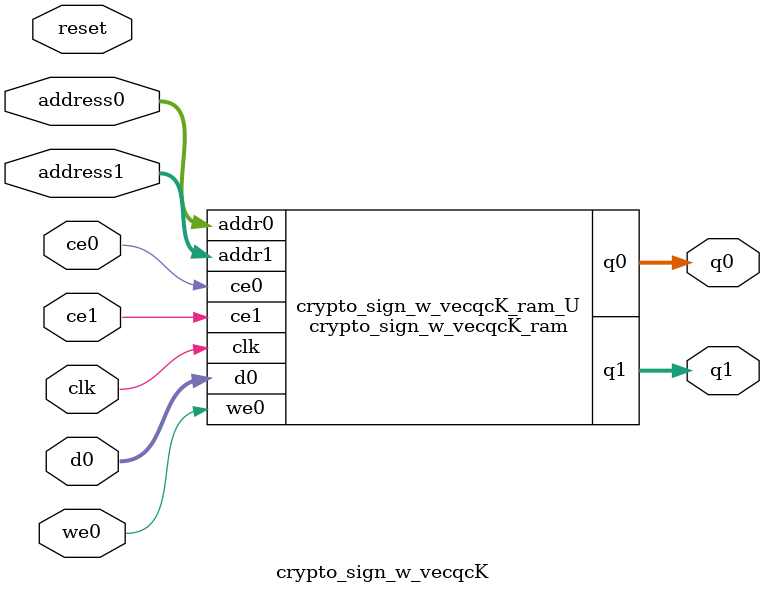
<source format=v>

`timescale 1 ns / 1 ps
module crypto_sign_w_vecqcK_ram (addr0, ce0, d0, we0, q0, addr1, ce1, q1,  clk);

parameter DWIDTH = 32;
parameter AWIDTH = 11;
parameter MEM_SIZE = 1280;

input[AWIDTH-1:0] addr0;
input ce0;
input[DWIDTH-1:0] d0;
input we0;
output reg[DWIDTH-1:0] q0;
input[AWIDTH-1:0] addr1;
input ce1;
output reg[DWIDTH-1:0] q1;
input clk;

(* ram_style = "block" *)reg [DWIDTH-1:0] ram[0:MEM_SIZE-1];




always @(posedge clk)  
begin 
    if (ce0) 
    begin
        if (we0) 
        begin 
            ram[addr0] <= d0; 
            q0 <= d0;
        end 
        else 
            q0 <= ram[addr0];
    end
end


always @(posedge clk)  
begin 
    if (ce1) 
    begin
            q1 <= ram[addr1];
    end
end


endmodule


`timescale 1 ns / 1 ps
module crypto_sign_w_vecqcK(
    reset,
    clk,
    address0,
    ce0,
    we0,
    d0,
    q0,
    address1,
    ce1,
    q1);

parameter DataWidth = 32'd32;
parameter AddressRange = 32'd1280;
parameter AddressWidth = 32'd11;
input reset;
input clk;
input[AddressWidth - 1:0] address0;
input ce0;
input we0;
input[DataWidth - 1:0] d0;
output[DataWidth - 1:0] q0;
input[AddressWidth - 1:0] address1;
input ce1;
output[DataWidth - 1:0] q1;



crypto_sign_w_vecqcK_ram crypto_sign_w_vecqcK_ram_U(
    .clk( clk ),
    .addr0( address0 ),
    .ce0( ce0 ),
    .we0( we0 ),
    .d0( d0 ),
    .q0( q0 ),
    .addr1( address1 ),
    .ce1( ce1 ),
    .q1( q1 ));

endmodule


</source>
